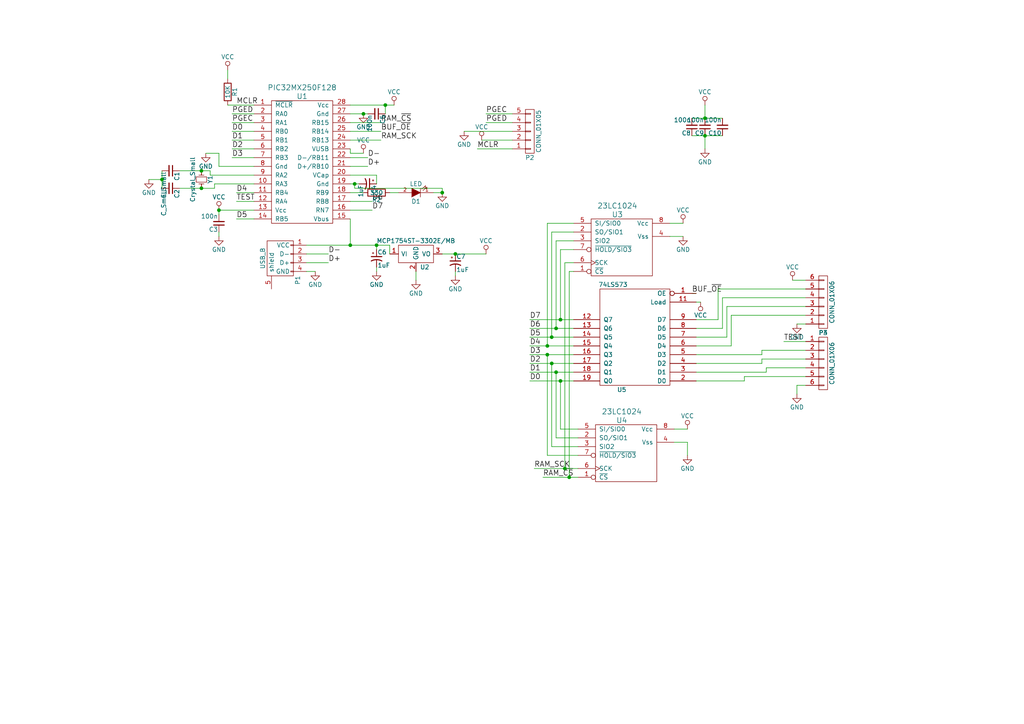
<source format=kicad_sch>
(kicad_sch (version 20230121) (generator eeschema)
  (paper "A4")
  (lib_symbols
    (symbol "logic_pirate_THT-rescue:23LC1024" (pin_names (offset 1.016))
      (property "Reference" "U" (at -1.27 8.89 0))
      (property "Value" "23LC1024" (at -1.27 11.43 0))
      (symbol "23LC1024_0_1"
        (rectangle (start -8.89 7.62) (end 8.89 -8.89))
      )
      (symbol "23LC1024_1_1"
        (pin input inverted (at -13.97 -7.62 0) (length 5.08) (name "~{CS}") (number "1"))
        (pin bidirectional line (at -13.97 3.81 0) (length 5.08) (name "SO/SIO1") (number "2"))
        (pin bidirectional line (at -13.97 1.27 0) (length 5.08) (name "SIO2") (number "3"))
        (pin power_in line (at 13.97 2.54 180) (length 5.08) (name "Vss") (number "4"))
        (pin bidirectional line (at -13.97 6.35 0) (length 5.08) (name "SI/SIO0") (number "5"))
        (pin input clock (at -13.97 -5.08 0) (length 5.08) (name "SCK") (number "6"))
        (pin bidirectional inverted (at -13.97 -1.27 0) (length 5.08) (name "~{HOLD/SIO3}") (number "7"))
        (pin power_in line (at 13.97 6.35 180) (length 5.08) (name "Vcc") (number "8"))
      )
    )
    (symbol "logic_pirate_THT-rescue:74LS573" (pin_names (offset 1.016))
      (property "Reference" "U" (at 3.81 15.24 0))
      (property "Value" "74LS573" (at 6.35 -15.24 0))
      (symbol "74LS573_0_0"
        (pin power_in line (at 0 -13.97 90) (length 0) hide (name "GND") (number "10"))
        (pin power_in line (at 0 13.97 270) (length 0) hide (name "VCC") (number "20"))
      )
      (symbol "74LS573_0_1"
        (rectangle (start -10.16 13.97) (end 10.16 -13.97))
      )
      (symbol "74LS573_1_1"
        (pin input inverted (at -17.78 -12.7 0) (length 7.62) (name "OE") (number "1"))
        (pin input line (at -17.78 -10.16 0) (length 7.62) (name "Load") (number "11"))
        (pin tri_state line (at 17.78 -5.08 180) (length 7.62) (name "Q7") (number "12"))
        (pin tri_state line (at 17.78 -2.54 180) (length 7.62) (name "Q6") (number "13"))
        (pin tri_state line (at 17.78 0 180) (length 7.62) (name "Q5") (number "14"))
        (pin tri_state line (at 17.78 2.54 180) (length 7.62) (name "Q4") (number "15"))
        (pin tri_state line (at 17.78 5.08 180) (length 7.62) (name "Q3") (number "16"))
        (pin tri_state line (at 17.78 7.62 180) (length 7.62) (name "Q2") (number "17"))
        (pin tri_state line (at 17.78 10.16 180) (length 7.62) (name "Q1") (number "18"))
        (pin tri_state line (at 17.78 12.7 180) (length 7.62) (name "Q0") (number "19"))
        (pin input line (at -17.78 12.7 0) (length 7.62) (name "D0") (number "2"))
        (pin input line (at -17.78 10.16 0) (length 7.62) (name "D1") (number "3"))
        (pin input line (at -17.78 7.62 0) (length 7.62) (name "D2") (number "4"))
        (pin input line (at -17.78 5.08 0) (length 7.62) (name "D3") (number "5"))
        (pin input line (at -17.78 2.54 0) (length 7.62) (name "D4") (number "6"))
        (pin input line (at -17.78 0 0) (length 7.62) (name "D5") (number "7"))
        (pin input line (at -17.78 -2.54 0) (length 7.62) (name "D6") (number "8"))
        (pin input line (at -17.78 -5.08 0) (length 7.62) (name "D7") (number "9"))
      )
    )
    (symbol "logic_pirate_THT-rescue:CONN_01X05" (pin_names (offset 1.016) hide)
      (property "Reference" "P" (at 0 7.62 0))
      (property "Value" "CONN_01X05" (at 2.54 0 90))
      (symbol "CONN_01X05_0_1"
        (rectangle (start -1.27 -4.953) (end 0.254 -5.207))
        (rectangle (start -1.27 -2.413) (end 0.254 -2.667))
        (rectangle (start -1.27 0.127) (end 0.254 -0.127))
        (rectangle (start -1.27 2.667) (end 0.254 2.413))
        (rectangle (start -1.27 5.207) (end 0.254 4.953))
        (rectangle (start -1.27 6.35) (end 1.27 -6.35))
      )
      (symbol "CONN_01X05_1_1"
        (pin passive line (at -5.08 5.08 0) (length 3.81) (name "P1") (number "1"))
        (pin passive line (at -5.08 2.54 0) (length 3.81) (name "P2") (number "2"))
        (pin passive line (at -5.08 0 0) (length 3.81) (name "P3") (number "3"))
        (pin passive line (at -5.08 -2.54 0) (length 3.81) (name "P4") (number "4"))
        (pin passive line (at -5.08 -5.08 0) (length 3.81) (name "P5") (number "5"))
      )
    )
    (symbol "logic_pirate_THT-rescue:CONN_01X06" (pin_names (offset 1.016) hide)
      (property "Reference" "P" (at 0 8.89 0))
      (property "Value" "CONN_01X06" (at 2.54 0 90))
      (symbol "CONN_01X06_0_1"
        (rectangle (start -1.27 -6.223) (end 0.254 -6.477))
        (rectangle (start -1.27 -3.683) (end 0.254 -3.937))
        (rectangle (start -1.27 -1.143) (end 0.254 -1.397))
        (rectangle (start -1.27 1.397) (end 0.254 1.143))
        (rectangle (start -1.27 3.937) (end 0.254 3.683))
        (rectangle (start -1.27 6.477) (end 0.254 6.223))
        (rectangle (start -1.27 7.62) (end 1.27 -7.62))
      )
      (symbol "CONN_01X06_1_1"
        (pin passive line (at -5.08 6.35 0) (length 3.81) (name "P1") (number "1"))
        (pin passive line (at -5.08 3.81 0) (length 3.81) (name "P2") (number "2"))
        (pin passive line (at -5.08 1.27 0) (length 3.81) (name "P3") (number "3"))
        (pin passive line (at -5.08 -1.27 0) (length 3.81) (name "P4") (number "4"))
        (pin passive line (at -5.08 -3.81 0) (length 3.81) (name "P5") (number "5"))
        (pin passive line (at -5.08 -6.35 0) (length 3.81) (name "P6") (number "6"))
      )
    )
    (symbol "logic_pirate_THT-rescue:CP1_Small" (pin_numbers hide) (pin_names (offset 0.254) hide)
      (property "Reference" "C" (at 0.254 1.778 0))
      (property "Value" "CP1_Small" (at 0.254 -2.032 0))
      (symbol "CP1_Small_0_1"
        (polyline (pts (xy -1.524 0.508) (xy 1.524 0.508)) (stroke (width 0.3048)))
        (polyline (pts (xy -1.27 1.524) (xy -0.762 1.524)))
        (polyline (pts (xy -1.016 1.27) (xy -1.016 1.778)))
        (arc (start 1.524 -0.762) (mid 0 -0.3734) (end -1.524 -0.762) (stroke (width 0.3048)))
      )
      (symbol "CP1_Small_1_1"
        (pin passive line (at 0 2.54 270) (length 2.032) (name "~") (number "1"))
        (pin passive line (at 0 -2.54 90) (length 2.032) (name "~") (number "2"))
      )
    )
    (symbol "logic_pirate_THT-rescue:C_Small" (pin_numbers hide) (pin_names (offset 0.254) hide)
      (property "Reference" "C" (at 0.254 1.778 0))
      (property "Value" "C_Small" (at 0.254 -2.032 0))
      (symbol "C_Small_0_1"
        (polyline (pts (xy -1.524 -0.508) (xy 1.524 -0.508)) (stroke (width 0.3302)))
        (polyline (pts (xy -1.524 0.508) (xy 1.524 0.508)) (stroke (width 0.3048)))
      )
      (symbol "C_Small_1_1"
        (pin passive line (at 0 2.54 270) (length 1.905) (name "~") (number "1"))
        (pin passive line (at 0 -2.54 90) (length 2.032) (name "~") (number "2"))
      )
    )
    (symbol "logic_pirate_THT-rescue:Crystal_Small" (pin_numbers hide) (pin_names (offset 1.016) hide)
      (property "Reference" "Y" (at 0 2.54 0))
      (property "Value" "Crystal_Small" (at 0 -2.54 0))
      (symbol "Crystal_Small_0_1"
        (rectangle (start -0.762 -1.524) (end 0.762 1.524))
        (polyline (pts (xy -1.27 -0.762) (xy -1.27 0.762)))
        (polyline (pts (xy 1.27 -0.762) (xy 1.27 0.762)))
      )
      (symbol "Crystal_Small_1_1"
        (pin passive line (at -2.54 0 0) (length 1.27) (name "1") (number "1"))
        (pin passive line (at 2.54 0 180) (length 1.27) (name "2") (number "2"))
      )
    )
    (symbol "logic_pirate_THT-rescue:GND" (power) (pin_names (offset 0))
      (property "Value" "GND" (at 0 -3.81 0))
      (symbol "GND_0_1"
        (polyline (pts (xy 0 0) (xy 0 -1.27) (xy 1.27 -1.27) (xy 0 -2.54) (xy -1.27 -1.27) (xy 0 -1.27)))
      )
      (symbol "GND_1_1"
        (pin power_in line (at 0 0 270) (length 0) hide (name "GND") (number "1"))
      )
    )
    (symbol "logic_pirate_THT-rescue:LED-RESCUE-logic_pirate" (pin_names (offset 1.016) hide)
      (property "Reference" "D" (at 0 2.54 0))
      (property "Value" "LED-RESCUE-logic_pirate" (at 0 -2.54 0))
      (symbol "LED-RESCUE-logic_pirate_0_1"
        (polyline (pts (xy -1.27 1.27) (xy -1.27 -1.27)))
        (polyline (pts (xy -2.032 -0.635) (xy -3.175 -1.651) (xy -3.048 -1.016)))
        (polyline (pts (xy -1.651 -1.016) (xy -2.794 -2.032) (xy -2.667 -1.397)))
        (polyline (pts (xy 1.27 1.27) (xy -1.27 0) (xy 1.27 -1.27)) (fill (type outline)))
      )
      (symbol "LED-RESCUE-logic_pirate_1_1"
        (pin passive line (at -5.08 0 0) (length 3.81) (name "K") (number "1"))
        (pin passive line (at 5.08 0 180) (length 3.81) (name "A") (number "2"))
      )
    )
    (symbol "logic_pirate_THT-rescue:MCP1754ST-3302E/MB" (pin_names (offset 0.762))
      (property "Reference" "U" (at 2.54 -3.81 0))
      (property "Value" "MCP1754ST-3302E/MB" (at 0 3.81 0))
      (symbol "MCP1754ST-3302E/MB_0_1"
        (rectangle (start -5.08 -2.54) (end 5.08 2.54))
      )
      (symbol "MCP1754ST-3302E/MB_1_1"
        (pin power_in line (at -7.62 0 0) (length 2.54) (name "VI") (number "1"))
        (pin power_in line (at 0 -5.08 90) (length 2.54) (name "GND") (number "2"))
        (pin power_out line (at 7.62 0 180) (length 2.54) (name "VO") (number "3"))
      )
    )
    (symbol "logic_pirate_THT-rescue:PIC32MX250F128" (pin_names (offset 1.016))
      (property "Reference" "U" (at 0 19.05 0))
      (property "Value" "PIC32MX250F128" (at 0 21.59 0))
      (symbol "PIC32MX250F128_0_1"
        (rectangle (start 8.89 -17.78) (end -8.89 17.78))
      )
      (symbol "PIC32MX250F128_1_1"
        (pin input line (at -13.97 16.51 0) (length 5.08) (name "~{MCLR}") (number "1"))
        (pin bidirectional line (at -13.97 -6.35 0) (length 5.08) (name "RA3") (number "10"))
        (pin bidirectional line (at -13.97 -8.89 0) (length 5.08) (name "RB4") (number "11"))
        (pin bidirectional line (at -13.97 -11.43 0) (length 5.08) (name "RA4") (number "12"))
        (pin power_in line (at -13.97 -13.97 0) (length 5.08) (name "Vcc") (number "13"))
        (pin bidirectional line (at -13.97 -16.51 0) (length 5.08) (name "RB5") (number "14"))
        (pin power_in line (at 13.97 -16.51 180) (length 5.08) (name "Vbus") (number "15"))
        (pin bidirectional line (at 13.97 -13.97 180) (length 5.08) (name "RN7") (number "16"))
        (pin bidirectional line (at 13.97 -11.43 180) (length 5.08) (name "RB8") (number "17"))
        (pin bidirectional line (at 13.97 -8.89 180) (length 5.08) (name "RB9") (number "18"))
        (pin bidirectional line (at 13.97 -6.35 180) (length 5.08) (name "Gnd") (number "19"))
        (pin bidirectional line (at -13.97 13.97 0) (length 5.08) (name "RA0") (number "2"))
        (pin bidirectional line (at 13.97 -3.81 180) (length 5.08) (name "VCap") (number "20"))
        (pin bidirectional line (at 13.97 -1.27 180) (length 5.08) (name "D+/RB10") (number "21"))
        (pin bidirectional line (at 13.97 1.27 180) (length 5.08) (name "D-/RB11") (number "22"))
        (pin power_in line (at 13.97 3.81 180) (length 5.08) (name "VUSB") (number "23"))
        (pin bidirectional line (at 13.97 6.35 180) (length 5.08) (name "RB13") (number "24"))
        (pin bidirectional line (at 13.97 8.89 180) (length 5.08) (name "RB14") (number "25"))
        (pin bidirectional line (at 13.97 11.43 180) (length 5.08) (name "RB15") (number "26"))
        (pin power_in line (at 13.97 13.97 180) (length 5.08) (name "Gnd") (number "27"))
        (pin power_in line (at 13.97 16.51 180) (length 5.08) (name "Vcc") (number "28"))
        (pin bidirectional line (at -13.97 11.43 0) (length 5.08) (name "RA1") (number "3"))
        (pin bidirectional line (at -13.97 8.89 0) (length 5.08) (name "RB0") (number "4"))
        (pin bidirectional line (at -13.97 6.35 0) (length 5.08) (name "RB1") (number "5"))
        (pin bidirectional line (at -13.97 3.81 0) (length 5.08) (name "RB2") (number "6"))
        (pin bidirectional line (at -13.97 1.27 0) (length 5.08) (name "RB3") (number "7"))
        (pin power_in line (at -13.97 -1.27 0) (length 5.08) (name "Gnd") (number "8"))
        (pin bidirectional line (at -13.97 -3.81 0) (length 5.08) (name "RA2") (number "9"))
      )
    )
    (symbol "logic_pirate_THT-rescue:R" (pin_numbers hide) (pin_names (offset 0))
      (property "Reference" "R" (at 2.032 0 90))
      (property "Value" "R" (at 0 0 90))
      (symbol "R_0_1"
        (rectangle (start -1.016 -2.54) (end 1.016 2.54) (stroke (width 0.254)))
      )
      (symbol "R_1_1"
        (pin passive line (at 0 3.81 270) (length 1.27) (name "~") (number "1"))
        (pin passive line (at 0 -3.81 90) (length 1.27) (name "~") (number "2"))
      )
    )
    (symbol "logic_pirate_THT-rescue:USB_B-RESCUE-logic_pirate" (pin_names (offset 1.016))
      (property "Reference" "P" (at 5.08 -5.08 0))
      (property "Value" "USB_B-RESCUE-logic_pirate" (at -1.27 5.08 0))
      (symbol "USB_B-RESCUE-logic_pirate_0_1"
        (rectangle (start -6.35 -3.81) (end 3.81 3.81))
        (rectangle (start -5.207 -3.81) (end -4.953 -3.048))
        (rectangle (start -2.667 -3.81) (end -2.413 -3.048))
        (rectangle (start -0.127 -3.81) (end 0.127 -3.048))
        (rectangle (start 2.413 -3.81) (end 2.667 -3.048))
      )
      (symbol "USB_B-RESCUE-logic_pirate_1_1"
        (pin power_out line (at -5.08 -7.62 90) (length 3.81) (name "VCC") (number "1"))
        (pin passive line (at -2.54 -7.62 90) (length 3.81) (name "D-") (number "2"))
        (pin passive line (at 0 -7.62 90) (length 3.81) (name "D+") (number "3"))
        (pin power_in line (at 2.54 -7.62 90) (length 3.81) (name "GND") (number "4"))
        (pin passive line (at 7.62 2.54 180) (length 3.81) (name "shield") (number "5"))
      )
    )
    (symbol "logic_pirate_THT-rescue:VCC" (power) (pin_names (offset 0))
      (property "Value" "VCC" (at 0 3.81 0))
      (symbol "VCC_0_1"
        (polyline (pts (xy 0 0) (xy 0 1.27)))
        (circle (center 0 1.905) (radius 0.635))
      )
      (symbol "VCC_1_1"
        (pin power_in line (at 0 0 90) (length 0) hide (name "VCC") (number "1"))
      )
    )
  )
  (junction (at 204.47 39.37))
  (junction (at 160.02 105.41))
  (junction (at 165.1 138.43))
  (junction (at 58.42 54.61))
  (junction (at 162.56 110.49))
  (junction (at 58.42 49.53))
  (junction (at 63.5 60.96))
  (junction (at 105.41 33.02))
  (junction (at 160.02 97.79))
  (junction (at 204.47 34.29))
  (junction (at 101.6 71.12))
  (junction (at 161.29 95.25))
  (junction (at 109.22 71.12))
  (junction (at 111.76 30.48))
  (junction (at 132.08 73.66))
  (junction (at 163.83 135.89))
  (junction (at 102.87 53.34))
  (junction (at 162.56 92.71))
  (junction (at 161.29 107.95))
  (junction (at 158.75 100.33))
  (junction (at 46.99 52.07))
  (junction (at 128.27 55.88))
  (junction (at 158.75 102.87))
  (wire (pts (xy 162.56 124.46) (xy 167.64 124.46)))
  (wire (pts (xy 158.75 100.33) (xy 166.37 100.33)))
  (wire (pts (xy 101.6 40.64) (xy 110.49 40.64)))
  (wire (pts (xy 231.14 111.76) (xy 231.14 114.3)))
  (wire (pts (xy 113.03 71.12) (xy 113.03 73.66)))
  (wire (pts (xy 73.66 40.64) (xy 67.31 40.64)))
  (wire (pts (xy 148.59 33.02) (xy 140.97 33.02)))
  (wire (pts (xy 233.68 86.36) (xy 209.55 86.36)))
  (wire (pts (xy 210.82 88.9) (xy 233.68 88.9)))
  (wire (pts (xy 162.56 72.39) (xy 162.56 92.71)))
  (wire (pts (xy 59.69 44.45) (xy 63.5 44.45)))
  (wire (pts (xy 148.59 38.1) (xy 134.62 38.1)))
  (wire (pts (xy 160.02 97.79) (xy 166.37 97.79)))
  (wire (pts (xy 101.6 71.12) (xy 109.22 71.12)))
  (wire (pts (xy 101.6 35.56) (xy 110.49 35.56)))
  (wire (pts (xy 201.93 97.79) (xy 210.82 97.79)))
  (wire (pts (xy 101.6 38.1) (xy 110.49 38.1)))
  (wire (pts (xy 153.67 92.71) (xy 162.56 92.71)))
  (wire (pts (xy 73.66 48.26) (xy 63.5 48.26)))
  (wire (pts (xy 233.68 111.76) (xy 231.14 111.76)))
  (wire (pts (xy 165.1 78.74) (xy 165.1 138.43)))
  (wire (pts (xy 88.9 71.12) (xy 101.6 71.12)))
  (wire (pts (xy 62.23 53.34) (xy 62.23 54.61)))
  (wire (pts (xy 101.6 50.8) (xy 109.22 50.8)))
  (wire (pts (xy 109.22 77.47) (xy 109.22 78.74)))
  (wire (pts (xy 153.67 102.87) (xy 158.75 102.87)))
  (wire (pts (xy 60.96 49.53) (xy 58.42 49.53)))
  (wire (pts (xy 43.18 52.07) (xy 46.99 52.07)))
  (wire (pts (xy 157.48 138.43) (xy 165.1 138.43)))
  (wire (pts (xy 195.58 128.27) (xy 199.39 128.27)))
  (wire (pts (xy 101.6 33.02) (xy 105.41 33.02)))
  (wire (pts (xy 162.56 110.49) (xy 166.37 110.49)))
  (wire (pts (xy 109.22 71.12) (xy 113.03 71.12)))
  (wire (pts (xy 166.37 67.31) (xy 160.02 67.31)))
  (wire (pts (xy 101.6 63.5) (xy 101.6 71.12)))
  (wire (pts (xy 73.66 58.42) (xy 68.58 58.42)))
  (wire (pts (xy 160.02 105.41) (xy 166.37 105.41)))
  (wire (pts (xy 212.09 100.33) (xy 201.93 100.33)))
  (wire (pts (xy 166.37 64.77) (xy 158.75 64.77)))
  (wire (pts (xy 132.08 73.66) (xy 140.97 73.66)))
  (wire (pts (xy 210.82 97.79) (xy 210.82 88.9)))
  (wire (pts (xy 101.6 58.42) (xy 107.95 58.42)))
  (wire (pts (xy 58.42 54.61) (xy 52.07 54.61)))
  (wire (pts (xy 163.83 135.89) (xy 167.64 135.89)))
  (wire (pts (xy 73.66 43.18) (xy 67.31 43.18)))
  (wire (pts (xy 204.47 30.48) (xy 204.47 34.29)))
  (wire (pts (xy 198.12 68.58) (xy 194.31 68.58)))
  (wire (pts (xy 148.59 43.18) (xy 138.43 43.18)))
  (wire (pts (xy 200.66 34.29) (xy 204.47 34.29)))
  (wire (pts (xy 201.93 85.09) (xy 200.66 85.09)))
  (wire (pts (xy 102.87 53.34) (xy 102.87 54.61)))
  (wire (pts (xy 128.27 54.61) (xy 128.27 55.88)))
  (wire (pts (xy 204.47 39.37) (xy 204.47 43.18)))
  (wire (pts (xy 73.66 50.8) (xy 60.96 50.8)))
  (wire (pts (xy 165.1 138.43) (xy 167.64 138.43)))
  (wire (pts (xy 102.87 54.61) (xy 128.27 54.61)))
  (wire (pts (xy 199.39 128.27) (xy 199.39 132.08)))
  (wire (pts (xy 153.67 95.25) (xy 161.29 95.25)))
  (wire (pts (xy 195.58 124.46) (xy 199.39 124.46)))
  (wire (pts (xy 158.75 132.08) (xy 158.75 102.87)))
  (wire (pts (xy 209.55 95.25) (xy 201.93 95.25)))
  (wire (pts (xy 220.98 101.6) (xy 233.68 101.6)))
  (wire (pts (xy 162.56 92.71) (xy 166.37 92.71)))
  (wire (pts (xy 161.29 69.85) (xy 161.29 95.25)))
  (wire (pts (xy 73.66 53.34) (xy 62.23 53.34)))
  (wire (pts (xy 201.93 102.87) (xy 220.98 102.87)))
  (wire (pts (xy 109.22 71.12) (xy 109.22 72.39)))
  (wire (pts (xy 128.27 73.66) (xy 132.08 73.66)))
  (wire (pts (xy 233.68 93.98) (xy 231.14 93.98)))
  (wire (pts (xy 62.23 54.61) (xy 58.42 54.61)))
  (wire (pts (xy 73.66 63.5) (xy 68.58 63.5)))
  (wire (pts (xy 101.6 30.48) (xy 111.76 30.48)))
  (wire (pts (xy 153.67 110.49) (xy 162.56 110.49)))
  (wire (pts (xy 111.76 30.48) (xy 114.3 30.48)))
  (wire (pts (xy 158.75 102.87) (xy 166.37 102.87)))
  (wire (pts (xy 163.83 76.2) (xy 163.83 135.89)))
  (wire (pts (xy 220.98 105.41) (xy 201.93 105.41)))
  (wire (pts (xy 73.66 35.56) (xy 67.31 35.56)))
  (wire (pts (xy 102.87 53.34) (xy 104.14 53.34)))
  (wire (pts (xy 101.6 45.72) (xy 106.68 45.72)))
  (wire (pts (xy 203.2 87.63) (xy 201.93 87.63)))
  (wire (pts (xy 212.09 91.44) (xy 212.09 100.33)))
  (wire (pts (xy 148.59 35.56) (xy 140.97 35.56)))
  (wire (pts (xy 60.96 50.8) (xy 60.96 49.53)))
  (wire (pts (xy 233.68 99.06) (xy 227.33 99.06)))
  (wire (pts (xy 204.47 39.37) (xy 209.55 39.37)))
  (wire (pts (xy 148.59 40.64) (xy 139.7 40.64)))
  (wire (pts (xy 158.75 64.77) (xy 158.75 100.33)))
  (wire (pts (xy 204.47 34.29) (xy 209.55 34.29)))
  (wire (pts (xy 88.9 73.66) (xy 95.25 73.66)))
  (wire (pts (xy 166.37 78.74) (xy 165.1 78.74)))
  (wire (pts (xy 167.64 132.08) (xy 158.75 132.08)))
  (wire (pts (xy 63.5 44.45) (xy 63.5 48.26)))
  (wire (pts (xy 201.93 92.71) (xy 208.28 92.71)))
  (wire (pts (xy 166.37 69.85) (xy 161.29 69.85)))
  (wire (pts (xy 161.29 127) (xy 161.29 107.95)))
  (wire (pts (xy 101.6 48.26) (xy 106.68 48.26)))
  (wire (pts (xy 101.6 53.34) (xy 102.87 53.34)))
  (wire (pts (xy 167.64 127) (xy 161.29 127)))
  (wire (pts (xy 132.08 78.74) (xy 132.08 80.01)))
  (wire (pts (xy 58.42 49.53) (xy 52.07 49.53)))
  (wire (pts (xy 161.29 95.25) (xy 166.37 95.25)))
  (wire (pts (xy 200.66 39.37) (xy 204.47 39.37)))
  (wire (pts (xy 153.67 97.79) (xy 160.02 97.79)))
  (wire (pts (xy 222.25 106.68) (xy 233.68 106.68)))
  (wire (pts (xy 101.6 44.45) (xy 105.41 44.45)))
  (wire (pts (xy 162.56 124.46) (xy 162.56 110.49)))
  (wire (pts (xy 160.02 67.31) (xy 160.02 97.79)))
  (wire (pts (xy 73.66 33.02) (xy 67.31 33.02)))
  (wire (pts (xy 105.41 55.88) (xy 101.6 55.88)))
  (wire (pts (xy 215.9 109.22) (xy 233.68 109.22)))
  (wire (pts (xy 201.93 110.49) (xy 215.9 110.49)))
  (wire (pts (xy 208.28 92.71) (xy 208.28 83.82)))
  (wire (pts (xy 161.29 107.95) (xy 166.37 107.95)))
  (wire (pts (xy 222.25 107.95) (xy 222.25 106.68)))
  (wire (pts (xy 194.31 64.77) (xy 198.12 64.77)))
  (wire (pts (xy 88.9 76.2) (xy 95.25 76.2)))
  (wire (pts (xy 73.66 30.48) (xy 66.04 30.48)))
  (wire (pts (xy 166.37 72.39) (xy 162.56 72.39)))
  (wire (pts (xy 220.98 102.87) (xy 220.98 101.6)))
  (wire (pts (xy 63.5 67.31) (xy 63.5 68.58)))
  (wire (pts (xy 215.9 110.49) (xy 215.9 109.22)))
  (wire (pts (xy 101.6 43.18) (xy 101.6 44.45)))
  (wire (pts (xy 153.67 100.33) (xy 158.75 100.33)))
  (wire (pts (xy 63.5 60.96) (xy 73.66 60.96)))
  (wire (pts (xy 220.98 104.14) (xy 220.98 105.41)))
  (wire (pts (xy 105.41 33.02) (xy 106.68 33.02)))
  (wire (pts (xy 201.93 107.95) (xy 222.25 107.95)))
  (wire (pts (xy 233.68 91.44) (xy 212.09 91.44)))
  (wire (pts (xy 120.65 78.74) (xy 120.65 81.28)))
  (wire (pts (xy 88.9 78.74) (xy 91.44 78.74)))
  (wire (pts (xy 115.57 55.88) (xy 113.03 55.88)))
  (wire (pts (xy 209.55 86.36) (xy 209.55 95.25)))
  (wire (pts (xy 233.68 104.14) (xy 220.98 104.14)))
  (wire (pts (xy 101.6 60.96) (xy 107.95 60.96)))
  (wire (pts (xy 154.94 135.89) (xy 163.83 135.89)))
  (wire (pts (xy 208.28 83.82) (xy 233.68 83.82)))
  (wire (pts (xy 233.68 81.28) (xy 229.87 81.28)))
  (wire (pts (xy 160.02 129.54) (xy 160.02 105.41)))
  (wire (pts (xy 125.73 55.88) (xy 128.27 55.88)))
  (wire (pts (xy 73.66 45.72) (xy 67.31 45.72)))
  (wire (pts (xy 166.37 76.2) (xy 163.83 76.2)))
  (wire (pts (xy 153.67 105.41) (xy 160.02 105.41)))
  (wire (pts (xy 167.64 129.54) (xy 160.02 129.54)))
  (wire (pts (xy 46.99 49.53) (xy 46.99 52.07)))
  (wire (pts (xy 111.76 30.48) (xy 111.76 33.02)))
  (wire (pts (xy 46.99 52.07) (xy 46.99 54.61)))
  (wire (pts (xy 66.04 20.32) (xy 66.04 22.86)))
  (wire (pts (xy 73.66 38.1) (xy 67.31 38.1)))
  (wire (pts (xy 153.67 107.95) (xy 161.29 107.95)))
  (wire (pts (xy 73.66 55.88) (xy 68.58 55.88)))
  (wire (pts (xy 109.22 50.8) (xy 109.22 53.34)))
  (wire (pts (xy 63.5 60.96) (xy 63.5 62.23)))
  (label "D5" (at 153.67 97.79 0) (effects (font (size 1.524 1.524))))
  (label "D-" (at 95.25 73.66 0) (effects (font (size 1.524 1.524))))
  (label "D-" (at 106.68 45.72 0) (effects (font (size 1.524 1.524))))
  (label "D1" (at 153.67 107.95 0) (effects (font (size 1.524 1.524))))
  (label "PGED" (at 67.31 33.02 0) (effects (font (size 1.524 1.524))))
  (label "D3" (at 153.67 102.87 0) (effects (font (size 1.524 1.524))))
  (label "D6" (at 153.67 95.25 0) (effects (font (size 1.524 1.524))))
  (label "D1" (at 67.31 40.64 0) (effects (font (size 1.524 1.524))))
  (label "RAM_SCK" (at 110.49 40.64 0) (effects (font (size 1.524 1.524))))
  (label "RAM_SCK" (at 154.94 135.89 0) (effects (font (size 1.524 1.524))))
  (label "D0" (at 67.31 38.1 0) (effects (font (size 1.524 1.524))))
  (label "D4" (at 68.58 55.88 0) (effects (font (size 1.524 1.524))))
  (label "D0" (at 153.67 110.49 0) (effects (font (size 1.524 1.524))))
  (label "PGED" (at 140.97 35.56 0) (effects (font (size 1.524 1.524))))
  (label "D+" (at 95.25 76.2 0) (effects (font (size 1.524 1.524))))
  (label "D2" (at 153.67 105.41 0) (effects (font (size 1.524 1.524))))
  (label "D5" (at 68.58 63.5 0) (effects (font (size 1.524 1.524))))
  (label "TEST" (at 68.58 58.42 0) (effects (font (size 1.524 1.524))))
  (label "MCLR" (at 68.58 30.48 0) (effects (font (size 1.524 1.524))))
  (label "D4" (at 153.67 100.33 0) (effects (font (size 1.524 1.524))))
  (label "D2" (at 67.31 43.18 0) (effects (font (size 1.524 1.524))))
  (label "TEST" (at 227.33 99.06 0) (effects (font (size 1.524 1.524))))
  (label "D3" (at 67.31 45.72 0) (effects (font (size 1.524 1.524))))
  (label "RAM_~{CS}" (at 110.49 35.56 0) (effects (font (size 1.524 1.524))))
  (label "D7" (at 153.67 92.71 0) (effects (font (size 1.524 1.524))))
  (label "PGEC" (at 140.97 33.02 0) (effects (font (size 1.524 1.524))))
  (label "RAM_~{CS}" (at 157.48 138.43 0) (effects (font (size 1.524 1.524))))
  (label "MCLR" (at 138.43 43.18 0) (effects (font (size 1.524 1.524))))
  (label "D+" (at 106.68 48.26 0) (effects (font (size 1.524 1.524))))
  (label "BUF_~{OE}" (at 110.49 38.1 0) (effects (font (size 1.524 1.524))))
  (label "BUF_~{OE}" (at 200.66 85.09 0) (effects (font (size 1.524 1.524))))
  (label "D6" (at 107.95 58.42 0) (effects (font (size 1.524 1.524))))
  (label "PGEC" (at 67.31 35.56 0) (effects (font (size 1.524 1.524))))
  (label "D7" (at 107.95 60.96 0) (effects (font (size 1.524 1.524))))
  (symbol (lib_id "logic_pirate_THT-rescue:PIC32MX250F128") (at 87.63 46.99 0) (unit 1)
    (property "Reference" "U1" (at 87.63 27.94 0) (effects (font (size 1.524 1.524))))
    (property "Value" "PIC32MX250F128" (at 87.63 25.4 0) (effects (font (size 1.524 1.524))))
    (property "Footprint" "Housings_DIP:DIP-28_W7.62mm_LongPads" (effects hide))
  )
  (symbol (lib_id "logic_pirate_THT-rescue:Crystal_Small") (at 58.42 52.07 270) (unit 1)
    (property "Reference" "Y1" (at 60.96 52.07 0))
    (property "Value" "Crystal_Small" (at 55.88 52.07 0))
    (property "Footprint" "Crystals:Crystal_HC50-U_Vertical" (effects hide))
  )
  (symbol (lib_id "logic_pirate_THT-rescue:USB_B-RESCUE-logic_pirate") (at 81.28 76.2 90) (mirror x) (unit 1)
    (property "Reference" "P1" (at 86.36 81.28 0))
    (property "Value" "USB_B" (at 76.2 74.93 0))
    (property "Footprint" "Connect:USB_B" (effects hide))
  )
  (symbol (lib_id "logic_pirate_THT-rescue:MCP1754ST-3302E/MB") (at 120.65 73.66 0) (unit 1)
    (property "Reference" "U2" (at 123.19 77.47 0))
    (property "Value" "MCP1754ST-3302E/MB" (at 120.65 69.85 0))
    (property "Footprint" "Power_Integrations:TO-220" (effects hide))
  )
  (symbol (lib_id "logic_pirate_THT-rescue:74LS573") (at 184.15 97.79 180) (unit 1)
    (property "Reference" "U5" (at 180.34 113.03 0))
    (property "Value" "74LS573" (at 177.8 82.55 0))
    (property "Footprint" "Housings_DIP:DIP-20_W7.62mm_LongPads" (effects hide))
  )
  (symbol (lib_id "logic_pirate_THT-rescue:23LC1024") (at 180.34 71.12 0) (unit 1)
    (property "Reference" "U3" (at 179.07 62.23 0) (effects (font (size 1.524 1.524))))
    (property "Value" "23LC1024" (at 179.07 59.69 0) (effects (font (size 1.524 1.524))))
    (property "Footprint" "Housings_DIP:DIP-8_W7.62mm_LongPads" (effects hide))
  )
  (symbol (lib_id "logic_pirate_THT-rescue:23LC1024") (at 181.61 130.81 0) (unit 1)
    (property "Reference" "U4" (at 180.34 121.92 0) (effects (font (size 1.524 1.524))))
    (property "Value" "23LC1024" (at 180.34 119.38 0) (effects (font (size 1.524 1.524))))
    (property "Footprint" "Housings_DIP:DIP-8_W7.62mm_LongPads" (effects hide))
  )
  (symbol (lib_id "logic_pirate_THT-rescue:R") (at 66.04 26.67 0) (unit 1)
    (property "Reference" "R1" (at 68.072 26.67 90))
    (property "Value" "10K" (at 66.04 26.67 90))
    (property "Footprint" "Resistors_ThroughHole:Resistor_Horizontal_RM10mm" (effects hide))
  )
  (symbol (lib_id "logic_pirate_THT-rescue:GND") (at 59.69 44.45 0) (unit 1)
    (property "Reference" "#PWR01" (effects hide))
    (property "Value" "GND" (at 59.69 48.26 0))
  )
  (symbol (lib_id "logic_pirate_THT-rescue:VCC") (at 66.04 20.32 0) (unit 1)
    (property "Reference" "#PWR02" (effects hide))
    (property "Value" "VCC" (at 66.04 16.51 0))
  )
  (symbol (lib_id "logic_pirate_THT-rescue:VCC") (at 63.5 60.96 0) (unit 1)
    (property "Reference" "#PWR03" (effects hide))
    (property "Value" "VCC" (at 63.5 57.15 0))
  )
  (symbol (lib_id "logic_pirate_THT-rescue:C_Small") (at 49.53 49.53 270) (unit 1)
    (property "Reference" "C1" (at 51.308 49.784 0) (effects (justify left)))
    (property "Value" "C_Small" (at 47.498 49.784 0) (effects (justify left)))
    (property "Footprint" "Capacitors_ThroughHole:C_Disc_D3_P2.5" (effects hide))
  )
  (symbol (lib_id "logic_pirate_THT-rescue:C_Small") (at 49.53 54.61 270) (unit 1)
    (property "Reference" "C2" (at 51.308 54.864 0) (effects (justify left)))
    (property "Value" "C_Small" (at 47.498 54.864 0) (effects (justify left)))
    (property "Footprint" "Capacitors_ThroughHole:C_Disc_D3_P2.5" (effects hide))
  )
  (symbol (lib_id "logic_pirate_THT-rescue:GND") (at 43.18 52.07 0) (unit 1)
    (property "Reference" "#PWR04" (effects hide))
    (property "Value" "GND" (at 43.18 55.88 0))
  )
  (symbol (lib_id "logic_pirate_THT-rescue:C_Small") (at 63.5 64.77 180) (unit 1)
    (property "Reference" "C3" (at 63.246 66.548 0) (effects (justify left)))
    (property "Value" "100n" (at 63.246 62.738 0) (effects (justify left)))
    (property "Footprint" "Capacitors_ThroughHole:C_Disc_D3_P2.5" (effects hide))
  )
  (symbol (lib_id "logic_pirate_THT-rescue:GND") (at 63.5 68.58 0) (unit 1)
    (property "Reference" "#PWR05" (effects hide))
    (property "Value" "GND" (at 63.5 72.39 0))
  )
  (symbol (lib_id "logic_pirate_THT-rescue:CP1_Small") (at 109.22 74.93 0) (unit 1)
    (property "Reference" "C6" (at 109.474 73.152 0) (effects (justify left)))
    (property "Value" "1uF" (at 109.474 76.962 0) (effects (justify left)))
    (property "Footprint" "Capacitors_ThroughHole:C_Radial_D5_L6_P2.5" (effects hide))
  )
  (symbol (lib_id "logic_pirate_THT-rescue:GND") (at 109.22 78.74 0) (unit 1)
    (property "Reference" "#PWR06" (effects hide))
    (property "Value" "GND" (at 109.22 82.55 0))
  )
  (symbol (lib_id "logic_pirate_THT-rescue:GND") (at 120.65 81.28 0) (unit 1)
    (property "Reference" "#PWR07" (effects hide))
    (property "Value" "GND" (at 120.65 85.09 0))
  )
  (symbol (lib_id "logic_pirate_THT-rescue:CP1_Small") (at 132.08 76.2 0) (unit 1)
    (property "Reference" "C7" (at 132.334 74.422 0) (effects (justify left)))
    (property "Value" "1uF" (at 132.334 78.232 0) (effects (justify left)))
    (property "Footprint" "Capacitors_ThroughHole:C_Radial_D5_L6_P2.5" (effects hide))
  )
  (symbol (lib_id "logic_pirate_THT-rescue:VCC") (at 140.97 73.66 0) (unit 1)
    (property "Reference" "#PWR08" (effects hide))
    (property "Value" "VCC" (at 140.97 69.85 0))
  )
  (symbol (lib_id "logic_pirate_THT-rescue:GND") (at 132.08 80.01 0) (unit 1)
    (property "Reference" "#PWR09" (effects hide))
    (property "Value" "GND" (at 132.08 83.82 0))
  )
  (symbol (lib_id "logic_pirate_THT-rescue:R") (at 109.22 55.88 270) (unit 1)
    (property "Reference" "R2" (at 109.22 57.912 90))
    (property "Value" "330" (at 109.22 55.88 90))
    (property "Footprint" "Resistors_ThroughHole:Resistor_Horizontal_RM10mm" (effects hide))
  )
  (symbol (lib_id "logic_pirate_THT-rescue:LED-RESCUE-logic_pirate") (at 120.65 55.88 180) (unit 1)
    (property "Reference" "D1" (at 120.65 58.42 0))
    (property "Value" "LED" (at 120.65 53.34 0))
    (property "Footprint" "LEDs:LED-5MM" (effects hide))
  )
  (symbol (lib_id "logic_pirate_THT-rescue:GND") (at 128.27 55.88 0) (unit 1)
    (property "Reference" "#PWR010" (effects hide))
    (property "Value" "GND" (at 128.27 59.69 0))
  )
  (symbol (lib_id "logic_pirate_THT-rescue:CP1_Small") (at 106.68 53.34 270) (unit 1)
    (property "Reference" "C4" (at 108.458 53.594 0) (effects (justify left)))
    (property "Value" "1uF" (at 104.648 53.594 0) (effects (justify left)))
    (property "Footprint" "Capacitors_ThroughHole:C_Radial_D5_L6_P2.5" (effects hide))
  )
  (symbol (lib_id "logic_pirate_THT-rescue:VCC") (at 105.41 44.45 0) (unit 1)
    (property "Reference" "#PWR011" (effects hide))
    (property "Value" "VCC" (at 105.41 40.64 0))
  )
  (symbol (lib_id "logic_pirate_THT-rescue:GND") (at 105.41 33.02 0) (unit 1)
    (property "Reference" "#PWR012" (effects hide))
    (property "Value" "GND" (at 105.41 36.83 0))
  )
  (symbol (lib_id "logic_pirate_THT-rescue:C_Small") (at 109.22 33.02 270) (unit 1)
    (property "Reference" "C5" (at 110.998 33.274 0) (effects (justify left)))
    (property "Value" "100n" (at 107.188 33.274 0) (effects (justify left)))
    (property "Footprint" "Capacitors_ThroughHole:C_Disc_D3_P2.5" (effects hide))
  )
  (symbol (lib_id "logic_pirate_THT-rescue:VCC") (at 114.3 30.48 0) (unit 1)
    (property "Reference" "#PWR013" (effects hide))
    (property "Value" "VCC" (at 114.3 26.67 0))
  )
  (symbol (lib_id "logic_pirate_THT-rescue:GND") (at 91.44 78.74 0) (unit 1)
    (property "Reference" "#PWR014" (effects hide))
    (property "Value" "GND" (at 91.44 82.55 0))
  )
  (symbol (lib_id "logic_pirate_THT-rescue:VCC") (at 203.2 87.63 0) (mirror x) (unit 1)
    (property "Reference" "#PWR015" (effects hide))
    (property "Value" "VCC" (at 203.2 91.44 0))
  )
  (symbol (lib_id "logic_pirate_THT-rescue:VCC") (at 198.12 64.77 0) (unit 1)
    (property "Reference" "#PWR016" (effects hide))
    (property "Value" "VCC" (at 198.12 60.96 0))
  )
  (symbol (lib_id "logic_pirate_THT-rescue:GND") (at 198.12 68.58 0) (unit 1)
    (property "Reference" "#PWR017" (effects hide))
    (property "Value" "GND" (at 198.12 72.39 0))
  )
  (symbol (lib_id "logic_pirate_THT-rescue:GND") (at 199.39 132.08 0) (unit 1)
    (property "Reference" "#PWR018" (effects hide))
    (property "Value" "GND" (at 199.39 135.89 0))
  )
  (symbol (lib_id "logic_pirate_THT-rescue:VCC") (at 199.39 124.46 0) (unit 1)
    (property "Reference" "#PWR019" (effects hide))
    (property "Value" "VCC" (at 199.39 120.65 0))
  )
  (symbol (lib_id "logic_pirate_THT-rescue:CONN_01X06") (at 238.76 87.63 0) (mirror x) (unit 1)
    (property "Reference" "P3" (at 238.76 96.52 0))
    (property "Value" "CONN_01X06" (at 241.3 87.63 90))
    (property "Footprint" "Pin_Headers:Pin_Header_Straight_1x06" (effects hide))
  )
  (symbol (lib_id "logic_pirate_THT-rescue:CONN_01X06") (at 238.76 105.41 0) (unit 1)
    (property "Reference" "P4" (at 238.76 96.52 0))
    (property "Value" "CONN_01X06" (at 241.3 105.41 90))
    (property "Footprint" "Pin_Headers:Pin_Header_Straight_1x06" (effects hide))
  )
  (symbol (lib_id "logic_pirate_THT-rescue:VCC") (at 229.87 81.28 0) (unit 1)
    (property "Reference" "#PWR020" (effects hide))
    (property "Value" "VCC" (at 229.87 77.47 0))
  )
  (symbol (lib_id "logic_pirate_THT-rescue:GND") (at 231.14 93.98 0) (unit 1)
    (property "Reference" "#PWR021" (effects hide))
    (property "Value" "GND" (at 231.14 97.79 0))
  )
  (symbol (lib_id "logic_pirate_THT-rescue:GND") (at 231.14 114.3 0) (unit 1)
    (property "Reference" "#PWR022" (effects hide))
    (property "Value" "GND" (at 231.14 118.11 0))
  )
  (symbol (lib_id "logic_pirate_THT-rescue:CONN_01X05") (at 153.67 38.1 0) (mirror x) (unit 1)
    (property "Reference" "P2" (at 153.67 45.72 0))
    (property "Value" "CONN_01X05" (at 156.21 38.1 90))
    (property "Footprint" "Pin_Headers:Pin_Header_Straight_1x05" (effects hide))
  )
  (symbol (lib_id "logic_pirate_THT-rescue:VCC") (at 139.7 40.64 0) (unit 1)
    (property "Reference" "#PWR023" (effects hide))
    (property "Value" "VCC" (at 139.7 36.83 0))
  )
  (symbol (lib_id "logic_pirate_THT-rescue:GND") (at 134.62 38.1 0) (unit 1)
    (property "Reference" "#PWR024" (effects hide))
    (property "Value" "GND" (at 134.62 41.91 0))
  )
  (symbol (lib_id "logic_pirate_THT-rescue:C_Small") (at 200.66 36.83 180) (unit 1)
    (property "Reference" "C8" (at 200.406 38.608 0) (effects (justify left)))
    (property "Value" "100n" (at 200.406 34.798 0) (effects (justify left)))
    (property "Footprint" "Capacitors_ThroughHole:C_Disc_D3_P2.5" (effects hide))
  )
  (symbol (lib_id "logic_pirate_THT-rescue:C_Small") (at 204.47 36.83 180) (unit 1)
    (property "Reference" "C9" (at 204.216 38.608 0) (effects (justify left)))
    (property "Value" "100n" (at 204.216 34.798 0) (effects (justify left)))
    (property "Footprint" "Capacitors_ThroughHole:C_Disc_D3_P2.5" (effects hide))
  )
  (symbol (lib_id "logic_pirate_THT-rescue:C_Small") (at 209.55 36.83 180) (unit 1)
    (property "Reference" "C10" (at 209.296 38.608 0) (effects (justify left)))
    (property "Value" "100n" (at 209.296 34.798 0) (effects (justify left)))
    (property "Footprint" "Capacitors_ThroughHole:C_Disc_D3_P2.5" (effects hide))
  )
  (symbol (lib_id "logic_pirate_THT-rescue:VCC") (at 204.47 30.48 0) (unit 1)
    (property "Reference" "#PWR025" (effects hide))
    (property "Value" "VCC" (at 204.47 26.67 0))
  )
  (symbol (lib_id "logic_pirate_THT-rescue:GND") (at 204.47 43.18 0) (unit 1)
    (property "Reference" "#PWR026" (effects hide))
    (property "Value" "GND" (at 204.47 46.99 0))
  )
)
</source>
